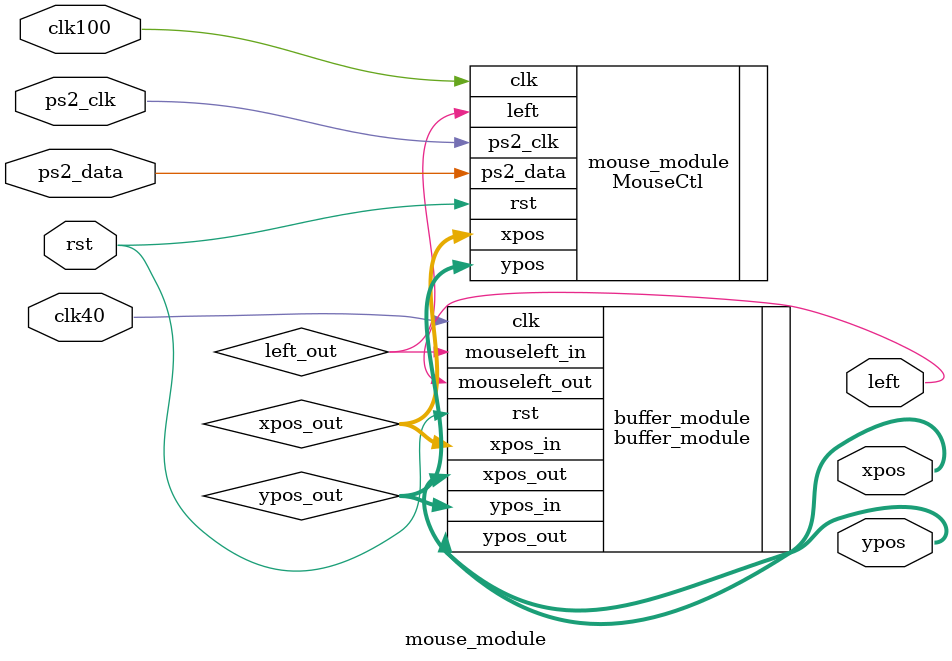
<source format=v>
`timescale 1ns / 1ps


module mouse_module(
      input wire clk40,
      input wire clk100,
      
      inout wire ps2_clk,
      inout wire ps2_data,
      input wire rst,
      
      output wire [11:0] xpos,
      output wire [11:0] ypos,
      output wire left
    );
    
    
    
wire left_out;
wire [11:0] xpos_out, ypos_out;
    
    MouseCtl mouse_module (
        .clk(clk100),
        .ps2_clk(ps2_clk),
        .ps2_data(ps2_data),
        .rst(rst),
        .xpos(xpos_out),
        .ypos(ypos_out),
        .left(left_out)
        
    );    
    
 ////////////////////////////////////////////////////////
 //////////       buffer module           ///////////////
 ////////////////////////////////////////////////////////
          
          
          buffer_module buffer_module(
              .xpos_in(xpos_out),
              .ypos_in(ypos_out),
              .mouseleft_in(left_out),
              .clk(clk40),
              .rst(rst),
              
              .xpos_out(xpos),
              .ypos_out(ypos),
              .mouseleft_out(left)
          );
          
              
    
    
    
    
endmodule

</source>
